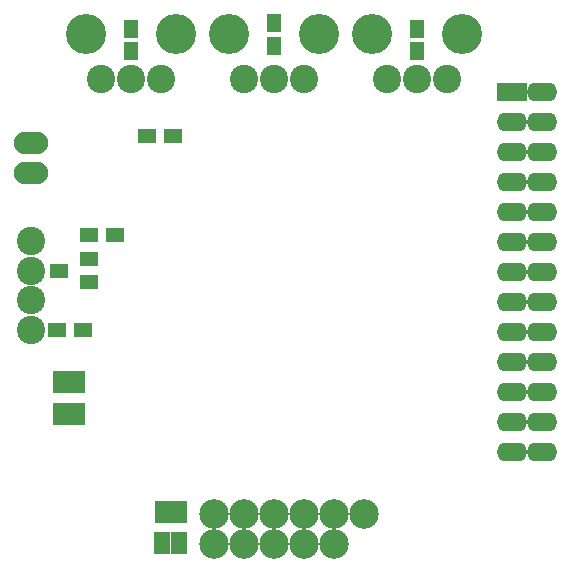
<source format=gbs>
G04 #@! TF.FileFunction,Soldermask,Bot*
%FSLAX46Y46*%
G04 Gerber Fmt 4.6, Leading zero omitted, Abs format (unit mm)*
G04 Created by KiCad (PCBNEW 4.0.0-rc1-stable) date 31.5.2016 13:40:05*
%MOMM*%
G01*
G04 APERTURE LIST*
%ADD10C,0.100000*%
%ADD11R,2.600000X1.600000*%
%ADD12O,2.600000X1.600000*%
%ADD13C,2.500000*%
%ADD14C,3.400000*%
%ADD15C,2.400000*%
%ADD16R,1.150000X1.600000*%
%ADD17R,1.650000X1.200100*%
%ADD18R,1.600000X1.300000*%
%ADD19O,2.900000X1.900000*%
%ADD20R,1.400000X1.900000*%
G04 APERTURE END LIST*
D10*
D11*
X20150000Y16100000D03*
D12*
X22690000Y16100000D03*
X20150000Y13560000D03*
X22690000Y13560000D03*
X20150000Y11020000D03*
X22690000Y11020000D03*
X20150000Y8480000D03*
X22690000Y8480000D03*
X20150000Y5940000D03*
X22690000Y5940000D03*
X20150000Y3400000D03*
X22690000Y3400000D03*
X20150000Y860000D03*
X22690000Y860000D03*
X20150000Y-1680000D03*
X22690000Y-1680000D03*
X20150000Y-4220000D03*
X22690000Y-4220000D03*
X20150000Y-6760000D03*
X22690000Y-6760000D03*
X20150000Y-9300000D03*
X22690000Y-9300000D03*
X20150000Y-11840000D03*
X22690000Y-11840000D03*
X20150000Y-14380000D03*
X22690000Y-14380000D03*
D13*
X5080000Y-19630000D03*
X5080000Y-22170000D03*
X2540000Y-19630000D03*
X2540000Y-22170000D03*
X0Y-19630000D03*
X0Y-22170000D03*
X-2540000Y-19630000D03*
X-2540000Y-22170000D03*
X-5080000Y-19630000D03*
X-5080000Y-22170000D03*
X7620000Y-19630000D03*
D14*
X-8290000Y20950000D03*
D15*
X-9560000Y17200000D03*
X-12100000Y17200000D03*
X-14640000Y17200000D03*
D14*
X-15910000Y20950000D03*
X3810000Y20950000D03*
D15*
X2540000Y17200000D03*
X0Y17200000D03*
X-2540000Y17200000D03*
D14*
X-3810000Y20950000D03*
X15910000Y20950000D03*
D15*
X14640000Y17200000D03*
X12100000Y17200000D03*
X9560000Y17200000D03*
D14*
X8290000Y20950000D03*
D16*
X12100000Y19500000D03*
X12100000Y21400000D03*
X-12100000Y19500000D03*
X-12100000Y21400000D03*
X0Y21900000D03*
X0Y20000000D03*
D15*
X-20600000Y-4050000D03*
X-20600000Y-1550000D03*
X-20600000Y3450000D03*
X-20600000Y950000D03*
D17*
X-15700000Y1900000D03*
X-15700000Y0D03*
X-18200000Y950000D03*
D18*
X-18350000Y-4050000D03*
X-16150000Y-4050000D03*
X-13500000Y4000000D03*
X-15700000Y4000000D03*
X-8550000Y12350000D03*
X-10750000Y12350000D03*
D19*
X-20600000Y11740000D03*
X-20600000Y9200000D03*
D20*
X-8038000Y-19500000D03*
X-9400000Y-19500000D03*
X-8088000Y-22150000D03*
X-9450000Y-22150000D03*
X-18012000Y-11200000D03*
X-16650000Y-11200000D03*
X-18012000Y-8500000D03*
X-16650000Y-8500000D03*
M02*

</source>
